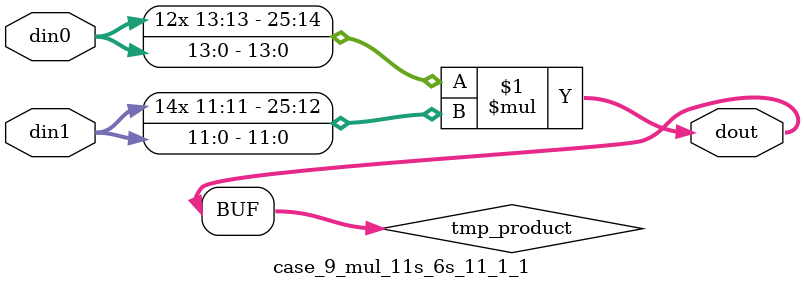
<source format=v>

`timescale 1 ns / 1 ps

 module case_9_mul_11s_6s_11_1_1(din0, din1, dout);
parameter ID = 1;
parameter NUM_STAGE = 0;
parameter din0_WIDTH = 14;
parameter din1_WIDTH = 12;
parameter dout_WIDTH = 26;

input [din0_WIDTH - 1 : 0] din0; 
input [din1_WIDTH - 1 : 0] din1; 
output [dout_WIDTH - 1 : 0] dout;

wire signed [dout_WIDTH - 1 : 0] tmp_product;



























assign tmp_product = $signed(din0) * $signed(din1);








assign dout = tmp_product;





















endmodule

</source>
